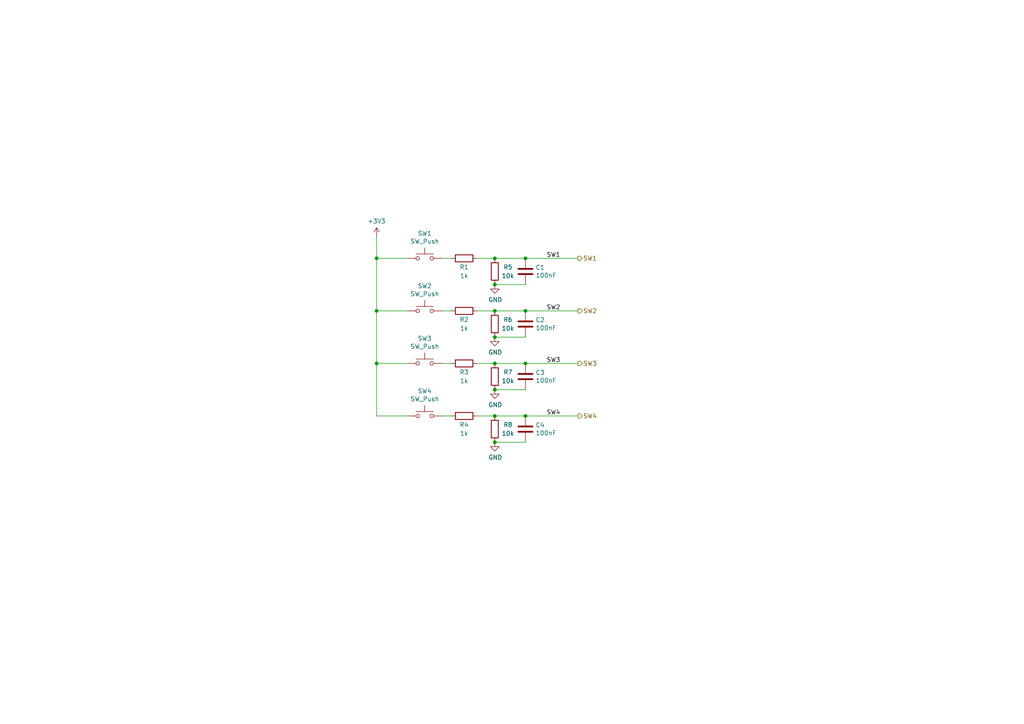
<source format=kicad_sch>
(kicad_sch (version 20230121) (generator eeschema)

  (uuid a1f7cc9c-66eb-484d-aebc-7dc546eb780f)

  (paper "A4")

  (lib_symbols
    (symbol "Device:C" (pin_numbers hide) (pin_names (offset 0.254)) (in_bom yes) (on_board yes)
      (property "Reference" "C" (at 0.635 2.54 0)
        (effects (font (size 1.27 1.27)) (justify left))
      )
      (property "Value" "C" (at 0.635 -2.54 0)
        (effects (font (size 1.27 1.27)) (justify left))
      )
      (property "Footprint" "" (at 0.9652 -3.81 0)
        (effects (font (size 1.27 1.27)) hide)
      )
      (property "Datasheet" "~" (at 0 0 0)
        (effects (font (size 1.27 1.27)) hide)
      )
      (property "ki_keywords" "cap capacitor" (at 0 0 0)
        (effects (font (size 1.27 1.27)) hide)
      )
      (property "ki_description" "Unpolarized capacitor" (at 0 0 0)
        (effects (font (size 1.27 1.27)) hide)
      )
      (property "ki_fp_filters" "C_*" (at 0 0 0)
        (effects (font (size 1.27 1.27)) hide)
      )
      (symbol "C_0_1"
        (polyline
          (pts
            (xy -2.032 -0.762)
            (xy 2.032 -0.762)
          )
          (stroke (width 0.508) (type default))
          (fill (type none))
        )
        (polyline
          (pts
            (xy -2.032 0.762)
            (xy 2.032 0.762)
          )
          (stroke (width 0.508) (type default))
          (fill (type none))
        )
      )
      (symbol "C_1_1"
        (pin passive line (at 0 3.81 270) (length 2.794)
          (name "~" (effects (font (size 1.27 1.27))))
          (number "1" (effects (font (size 1.27 1.27))))
        )
        (pin passive line (at 0 -3.81 90) (length 2.794)
          (name "~" (effects (font (size 1.27 1.27))))
          (number "2" (effects (font (size 1.27 1.27))))
        )
      )
    )
    (symbol "Device:R" (pin_numbers hide) (pin_names (offset 0)) (in_bom yes) (on_board yes)
      (property "Reference" "R" (at 2.032 0 90)
        (effects (font (size 1.27 1.27)))
      )
      (property "Value" "R" (at 0 0 90)
        (effects (font (size 1.27 1.27)))
      )
      (property "Footprint" "" (at -1.778 0 90)
        (effects (font (size 1.27 1.27)) hide)
      )
      (property "Datasheet" "~" (at 0 0 0)
        (effects (font (size 1.27 1.27)) hide)
      )
      (property "ki_keywords" "R res resistor" (at 0 0 0)
        (effects (font (size 1.27 1.27)) hide)
      )
      (property "ki_description" "Resistor" (at 0 0 0)
        (effects (font (size 1.27 1.27)) hide)
      )
      (property "ki_fp_filters" "R_*" (at 0 0 0)
        (effects (font (size 1.27 1.27)) hide)
      )
      (symbol "R_0_1"
        (rectangle (start -1.016 -2.54) (end 1.016 2.54)
          (stroke (width 0.254) (type default))
          (fill (type none))
        )
      )
      (symbol "R_1_1"
        (pin passive line (at 0 3.81 270) (length 1.27)
          (name "~" (effects (font (size 1.27 1.27))))
          (number "1" (effects (font (size 1.27 1.27))))
        )
        (pin passive line (at 0 -3.81 90) (length 1.27)
          (name "~" (effects (font (size 1.27 1.27))))
          (number "2" (effects (font (size 1.27 1.27))))
        )
      )
    )
    (symbol "Switch:SW_Push" (pin_numbers hide) (pin_names (offset 1.016) hide) (in_bom yes) (on_board yes)
      (property "Reference" "SW" (at 1.27 2.54 0)
        (effects (font (size 1.27 1.27)) (justify left))
      )
      (property "Value" "SW_Push" (at 0 -1.524 0)
        (effects (font (size 1.27 1.27)))
      )
      (property "Footprint" "" (at 0 5.08 0)
        (effects (font (size 1.27 1.27)) hide)
      )
      (property "Datasheet" "~" (at 0 5.08 0)
        (effects (font (size 1.27 1.27)) hide)
      )
      (property "ki_keywords" "switch normally-open pushbutton push-button" (at 0 0 0)
        (effects (font (size 1.27 1.27)) hide)
      )
      (property "ki_description" "Push button switch, generic, two pins" (at 0 0 0)
        (effects (font (size 1.27 1.27)) hide)
      )
      (symbol "SW_Push_0_1"
        (circle (center -2.032 0) (radius 0.508)
          (stroke (width 0) (type default))
          (fill (type none))
        )
        (polyline
          (pts
            (xy 0 1.27)
            (xy 0 3.048)
          )
          (stroke (width 0) (type default))
          (fill (type none))
        )
        (polyline
          (pts
            (xy 2.54 1.27)
            (xy -2.54 1.27)
          )
          (stroke (width 0) (type default))
          (fill (type none))
        )
        (circle (center 2.032 0) (radius 0.508)
          (stroke (width 0) (type default))
          (fill (type none))
        )
        (pin passive line (at -5.08 0 0) (length 2.54)
          (name "1" (effects (font (size 1.27 1.27))))
          (number "1" (effects (font (size 1.27 1.27))))
        )
        (pin passive line (at 5.08 0 180) (length 2.54)
          (name "2" (effects (font (size 1.27 1.27))))
          (number "2" (effects (font (size 1.27 1.27))))
        )
      )
    )
    (symbol "power:+3V3" (power) (pin_names (offset 0)) (in_bom yes) (on_board yes)
      (property "Reference" "#PWR" (at 0 -3.81 0)
        (effects (font (size 1.27 1.27)) hide)
      )
      (property "Value" "+3V3" (at 0 3.556 0)
        (effects (font (size 1.27 1.27)))
      )
      (property "Footprint" "" (at 0 0 0)
        (effects (font (size 1.27 1.27)) hide)
      )
      (property "Datasheet" "" (at 0 0 0)
        (effects (font (size 1.27 1.27)) hide)
      )
      (property "ki_keywords" "global power" (at 0 0 0)
        (effects (font (size 1.27 1.27)) hide)
      )
      (property "ki_description" "Power symbol creates a global label with name \"+3V3\"" (at 0 0 0)
        (effects (font (size 1.27 1.27)) hide)
      )
      (symbol "+3V3_0_1"
        (polyline
          (pts
            (xy -0.762 1.27)
            (xy 0 2.54)
          )
          (stroke (width 0) (type default))
          (fill (type none))
        )
        (polyline
          (pts
            (xy 0 0)
            (xy 0 2.54)
          )
          (stroke (width 0) (type default))
          (fill (type none))
        )
        (polyline
          (pts
            (xy 0 2.54)
            (xy 0.762 1.27)
          )
          (stroke (width 0) (type default))
          (fill (type none))
        )
      )
      (symbol "+3V3_1_1"
        (pin power_in line (at 0 0 90) (length 0) hide
          (name "+3V3" (effects (font (size 1.27 1.27))))
          (number "1" (effects (font (size 1.27 1.27))))
        )
      )
    )
    (symbol "power:GND" (power) (pin_names (offset 0)) (in_bom yes) (on_board yes)
      (property "Reference" "#PWR" (at 0 -6.35 0)
        (effects (font (size 1.27 1.27)) hide)
      )
      (property "Value" "GND" (at 0 -3.81 0)
        (effects (font (size 1.27 1.27)))
      )
      (property "Footprint" "" (at 0 0 0)
        (effects (font (size 1.27 1.27)) hide)
      )
      (property "Datasheet" "" (at 0 0 0)
        (effects (font (size 1.27 1.27)) hide)
      )
      (property "ki_keywords" "global power" (at 0 0 0)
        (effects (font (size 1.27 1.27)) hide)
      )
      (property "ki_description" "Power symbol creates a global label with name \"GND\" , ground" (at 0 0 0)
        (effects (font (size 1.27 1.27)) hide)
      )
      (symbol "GND_0_1"
        (polyline
          (pts
            (xy 0 0)
            (xy 0 -1.27)
            (xy 1.27 -1.27)
            (xy 0 -2.54)
            (xy -1.27 -1.27)
            (xy 0 -1.27)
          )
          (stroke (width 0) (type default))
          (fill (type none))
        )
      )
      (symbol "GND_1_1"
        (pin power_in line (at 0 0 270) (length 0) hide
          (name "GND" (effects (font (size 1.27 1.27))))
          (number "1" (effects (font (size 1.27 1.27))))
        )
      )
    )
  )

  (junction (at 143.51 82.55) (diameter 0) (color 0 0 0 0)
    (uuid 3553430e-c321-4a69-955d-bdeea0e4b4a5)
  )
  (junction (at 143.51 128.27) (diameter 0) (color 0 0 0 0)
    (uuid 421f79c6-f000-4d4a-839a-a56163b20ca5)
  )
  (junction (at 152.4 90.17) (diameter 0) (color 0 0 0 0)
    (uuid 4e4b4727-dfca-4d09-9c82-a643a786927c)
  )
  (junction (at 109.22 90.17) (diameter 0) (color 0 0 0 0)
    (uuid 52694d4a-ca9d-412b-97e4-a1dc62597bd1)
  )
  (junction (at 143.51 120.65) (diameter 0) (color 0 0 0 0)
    (uuid 5fb6796e-d208-42b1-9d55-ab270b25645c)
  )
  (junction (at 143.51 105.41) (diameter 0) (color 0 0 0 0)
    (uuid 646618a4-75a9-4e34-84dc-76669fd8df24)
  )
  (junction (at 143.51 74.93) (diameter 0) (color 0 0 0 0)
    (uuid 6dde52c8-4e3f-46c5-afe6-71cf39e28a2b)
  )
  (junction (at 152.4 120.65) (diameter 0) (color 0 0 0 0)
    (uuid 83d507e5-0c8b-4ad6-8ac5-2ebb0786bff5)
  )
  (junction (at 143.51 97.79) (diameter 0) (color 0 0 0 0)
    (uuid 9249fecf-26d3-4b6e-a508-674194bcf625)
  )
  (junction (at 143.51 113.03) (diameter 0) (color 0 0 0 0)
    (uuid 9268a133-d31a-4bd4-a425-848a1c6768ef)
  )
  (junction (at 152.4 74.93) (diameter 0) (color 0 0 0 0)
    (uuid 99eed10d-b363-4e37-94c4-53a95be7712e)
  )
  (junction (at 109.22 105.41) (diameter 0) (color 0 0 0 0)
    (uuid a7a3fb74-37a1-4d72-8ee1-66a0f13c68cc)
  )
  (junction (at 152.4 105.41) (diameter 0) (color 0 0 0 0)
    (uuid c09be6ff-b5f2-47e2-9985-27d532b45841)
  )
  (junction (at 109.22 74.93) (diameter 0) (color 0 0 0 0)
    (uuid ef448167-4f22-4601-815a-51cc745fbb89)
  )
  (junction (at 143.51 90.17) (diameter 0) (color 0 0 0 0)
    (uuid f4c2ca42-523c-4280-b9a6-0e86e965993f)
  )

  (wire (pts (xy 152.4 74.93) (xy 167.64 74.93))
    (stroke (width 0) (type default))
    (uuid 13ce7d26-1789-409c-8cf1-86f7fc1048b5)
  )
  (wire (pts (xy 128.27 105.41) (xy 130.81 105.41))
    (stroke (width 0) (type default))
    (uuid 15ea66e0-d933-4893-b6ee-67a78766506f)
  )
  (wire (pts (xy 138.43 90.17) (xy 143.51 90.17))
    (stroke (width 0) (type default))
    (uuid 17b8c777-c2e7-4f6c-8a70-49233f096ea7)
  )
  (wire (pts (xy 128.27 120.65) (xy 130.81 120.65))
    (stroke (width 0) (type default))
    (uuid 1b088f2b-6cd6-4a02-9918-a13fd4961560)
  )
  (wire (pts (xy 143.51 90.17) (xy 152.4 90.17))
    (stroke (width 0) (type default))
    (uuid 33eae77d-deaa-48a1-832f-cd0de55a5e4a)
  )
  (wire (pts (xy 109.22 68.58) (xy 109.22 74.93))
    (stroke (width 0) (type default))
    (uuid 43fe0b10-72d4-410a-8249-8abe2931f565)
  )
  (wire (pts (xy 118.11 120.65) (xy 109.22 120.65))
    (stroke (width 0) (type default))
    (uuid 4a4ed36b-9a91-41f6-8ed3-0236dee551da)
  )
  (wire (pts (xy 152.4 97.79) (xy 143.51 97.79))
    (stroke (width 0) (type default))
    (uuid 5001eb57-81af-4df7-b5ae-81eb32b5ce39)
  )
  (wire (pts (xy 128.27 90.17) (xy 130.81 90.17))
    (stroke (width 0) (type default))
    (uuid 5c384812-997f-4f81-8260-f0ba0b6634dc)
  )
  (wire (pts (xy 143.51 120.65) (xy 152.4 120.65))
    (stroke (width 0) (type default))
    (uuid 6d819555-d94b-46d8-9603-3f505f3e2afd)
  )
  (wire (pts (xy 128.27 74.93) (xy 130.81 74.93))
    (stroke (width 0) (type default))
    (uuid 75a98acf-3ab1-4551-8394-548fe9227775)
  )
  (wire (pts (xy 109.22 105.41) (xy 109.22 120.65))
    (stroke (width 0) (type default))
    (uuid 79c69b78-e7b5-48d8-9f4d-084848219523)
  )
  (wire (pts (xy 138.43 120.65) (xy 143.51 120.65))
    (stroke (width 0) (type default))
    (uuid 8273025d-bc2e-4535-b985-a38944a185b7)
  )
  (wire (pts (xy 152.4 128.27) (xy 143.51 128.27))
    (stroke (width 0) (type default))
    (uuid 84ccb00e-1747-493d-9386-4f97309ec068)
  )
  (wire (pts (xy 118.11 90.17) (xy 109.22 90.17))
    (stroke (width 0) (type default))
    (uuid 8e3a46ad-6e86-4987-8c86-fb0dd9c6f91d)
  )
  (wire (pts (xy 152.4 90.17) (xy 167.64 90.17))
    (stroke (width 0) (type default))
    (uuid 9c649d9b-3e69-4662-bc5f-c54dff6dc420)
  )
  (wire (pts (xy 118.11 105.41) (xy 109.22 105.41))
    (stroke (width 0) (type default))
    (uuid a16f9690-0589-49dc-994b-996de8859203)
  )
  (wire (pts (xy 152.4 105.41) (xy 167.64 105.41))
    (stroke (width 0) (type default))
    (uuid a6e6d26c-b620-43bc-bdd8-63449e6c1b2f)
  )
  (wire (pts (xy 143.51 74.93) (xy 152.4 74.93))
    (stroke (width 0) (type default))
    (uuid c0599feb-1ac6-4805-b0b8-6ff104eccc8a)
  )
  (wire (pts (xy 152.4 113.03) (xy 143.51 113.03))
    (stroke (width 0) (type default))
    (uuid d632d873-4771-4892-a04e-8ecb68839229)
  )
  (wire (pts (xy 109.22 74.93) (xy 109.22 90.17))
    (stroke (width 0) (type default))
    (uuid d8c580ca-4817-4840-b6ac-57ff87c98891)
  )
  (wire (pts (xy 152.4 120.65) (xy 167.64 120.65))
    (stroke (width 0) (type default))
    (uuid db0be883-fe7e-4039-a142-c998703e55a1)
  )
  (wire (pts (xy 143.51 105.41) (xy 152.4 105.41))
    (stroke (width 0) (type default))
    (uuid ea25a59a-43ab-44f2-bdba-0b6890354d28)
  )
  (wire (pts (xy 109.22 90.17) (xy 109.22 105.41))
    (stroke (width 0) (type default))
    (uuid ead65681-4618-490b-bbde-21e125fdd37c)
  )
  (wire (pts (xy 138.43 105.41) (xy 143.51 105.41))
    (stroke (width 0) (type default))
    (uuid f11cd02f-c61c-4e5e-80ed-a7a81dd01b42)
  )
  (wire (pts (xy 118.11 74.93) (xy 109.22 74.93))
    (stroke (width 0) (type default))
    (uuid f2990e06-4534-4d26-b971-0f2c143f95fa)
  )
  (wire (pts (xy 152.4 82.55) (xy 143.51 82.55))
    (stroke (width 0) (type default))
    (uuid fa4ce2c1-6ada-49a5-bf61-4990911462ab)
  )
  (wire (pts (xy 138.43 74.93) (xy 143.51 74.93))
    (stroke (width 0) (type default))
    (uuid ffe53843-b56c-4f24-9082-5bd983b6d142)
  )

  (label "SW3" (at 162.56 105.41 180) (fields_autoplaced)
    (effects (font (size 1.27 1.27)) (justify right bottom))
    (uuid 1bf2219c-7282-4955-9b87-803dcdce085e)
  )
  (label "SW2" (at 162.56 90.17 180) (fields_autoplaced)
    (effects (font (size 1.27 1.27)) (justify right bottom))
    (uuid 3ffca4e6-3cf8-4ccd-a220-9f0e2d192241)
  )
  (label "SW4" (at 162.56 120.65 180) (fields_autoplaced)
    (effects (font (size 1.27 1.27)) (justify right bottom))
    (uuid 93fd2f54-047d-4957-8a95-5859088e6aaf)
  )
  (label "SW1" (at 162.56 74.93 180) (fields_autoplaced)
    (effects (font (size 1.27 1.27)) (justify right bottom))
    (uuid fc57a251-1ab4-43df-ac75-986c50b2827f)
  )

  (hierarchical_label "SW1" (shape output) (at 167.64 74.93 0) (fields_autoplaced)
    (effects (font (size 1.27 1.27)) (justify left))
    (uuid 08da428e-090b-4b88-a763-d1e8c611cb61)
  )
  (hierarchical_label "SW3" (shape output) (at 167.64 105.41 0) (fields_autoplaced)
    (effects (font (size 1.27 1.27)) (justify left))
    (uuid 149a34b7-dcca-43df-95c4-e7cdc0d09b16)
  )
  (hierarchical_label "SW2" (shape output) (at 167.64 90.17 0) (fields_autoplaced)
    (effects (font (size 1.27 1.27)) (justify left))
    (uuid cf05771e-fa29-494f-8a70-3934e49dc237)
  )
  (hierarchical_label "SW4" (shape output) (at 167.64 120.65 0) (fields_autoplaced)
    (effects (font (size 1.27 1.27)) (justify left))
    (uuid f96457ef-4554-422e-bd37-369ea43ea8b5)
  )

  (symbol (lib_id "power:GND") (at 143.51 97.79 0) (unit 1)
    (in_bom yes) (on_board yes) (dnp no)
    (uuid 02a555da-eb03-470c-8040-b559f6fe85e1)
    (property "Reference" "#PWR010" (at 143.51 104.14 0)
      (effects (font (size 1.27 1.27)) hide)
    )
    (property "Value" "GND" (at 143.637 102.1842 0)
      (effects (font (size 1.27 1.27)))
    )
    (property "Footprint" "" (at 143.51 97.79 0)
      (effects (font (size 1.27 1.27)) hide)
    )
    (property "Datasheet" "" (at 143.51 97.79 0)
      (effects (font (size 1.27 1.27)) hide)
    )
    (pin "1" (uuid 1713b90d-1ed6-4781-b4a6-f1f11c748279))
    (instances
      (project "Steering_wheel"
        (path "/0aa90e28-4005-4a42-b82e-6d9887b67114/77ce39e6-538c-4ab9-9e64-5012f04ee456"
          (reference "#PWR010") (unit 1)
        )
      )
      (project "KieraV2"
        (path "/2adfe43d-0bee-464e-af7f-3a7710e9abe1/00000000-0000-0000-0000-000061b9b4c0"
          (reference "#PWR010") (unit 1)
        )
      )
      (project "SW"
        (path "/a1f7cc9c-66eb-484d-aebc-7dc546eb780f"
          (reference "#PWR03") (unit 1)
        )
      )
    )
  )

  (symbol (lib_id "Device:C") (at 152.4 78.74 0) (unit 1)
    (in_bom yes) (on_board yes) (dnp no)
    (uuid 044c6422-c9cd-4d69-9e16-51f093bd5fd9)
    (property "Reference" "C10" (at 155.321 77.5716 0)
      (effects (font (size 1.27 1.27)) (justify left))
    )
    (property "Value" "100nF" (at 155.321 79.883 0)
      (effects (font (size 1.27 1.27)) (justify left))
    )
    (property "Footprint" "Capacitor_SMD:C_0603_1608Metric" (at 153.3652 82.55 0)
      (effects (font (size 1.27 1.27)) hide)
    )
    (property "Datasheet" "~" (at 152.4 78.74 0)
      (effects (font (size 1.27 1.27)) hide)
    )
    (pin "1" (uuid 9f19011a-acba-49bb-bece-123b939d7bd7))
    (pin "2" (uuid d8f0c20f-f69b-4cfd-8dee-e5e80dc3d3df))
    (instances
      (project "Steering_wheel"
        (path "/0aa90e28-4005-4a42-b82e-6d9887b67114/77ce39e6-538c-4ab9-9e64-5012f04ee456"
          (reference "C10") (unit 1)
        )
      )
      (project "KieraV2"
        (path "/2adfe43d-0bee-464e-af7f-3a7710e9abe1/00000000-0000-0000-0000-000061b9b4c0"
          (reference "C3") (unit 1)
        )
      )
      (project "SW"
        (path "/a1f7cc9c-66eb-484d-aebc-7dc546eb780f"
          (reference "C1") (unit 1)
        )
      )
    )
  )

  (symbol (lib_id "Device:R") (at 134.62 105.41 270) (unit 1)
    (in_bom yes) (on_board yes) (dnp no)
    (uuid 09b8b134-e478-4078-9b76-7df5afa95a69)
    (property "Reference" "R5" (at 134.62 107.95 90)
      (effects (font (size 1.27 1.27)))
    )
    (property "Value" "1k" (at 134.62 110.49 90)
      (effects (font (size 1.27 1.27)))
    )
    (property "Footprint" "Resistor_SMD:R_0603_1608Metric" (at 134.62 103.632 90)
      (effects (font (size 1.27 1.27)) hide)
    )
    (property "Datasheet" "~" (at 134.62 105.41 0)
      (effects (font (size 1.27 1.27)) hide)
    )
    (pin "2" (uuid 8899be75-080b-4c77-9681-c02faad9c134))
    (pin "1" (uuid 46afb393-2c3a-49e1-9795-faf8ac166f0e))
    (instances
      (project "Steering_wheel"
        (path "/0aa90e28-4005-4a42-b82e-6d9887b67114/77ce39e6-538c-4ab9-9e64-5012f04ee456"
          (reference "R5") (unit 1)
        )
      )
      (project "KieraV2"
        (path "/2adfe43d-0bee-464e-af7f-3a7710e9abe1/00000000-0000-0000-0000-000061b9b4c0"
          (reference "R14") (unit 1)
        )
      )
      (project "SW"
        (path "/a1f7cc9c-66eb-484d-aebc-7dc546eb780f"
          (reference "R3") (unit 1)
        )
      )
    )
  )

  (symbol (lib_id "power:GND") (at 143.51 82.55 0) (unit 1)
    (in_bom yes) (on_board yes) (dnp no)
    (uuid 25a06b0a-09cd-49e7-b019-a1d3fc20ad7f)
    (property "Reference" "#PWR08" (at 143.51 88.9 0)
      (effects (font (size 1.27 1.27)) hide)
    )
    (property "Value" "GND" (at 143.637 86.9442 0)
      (effects (font (size 1.27 1.27)))
    )
    (property "Footprint" "" (at 143.51 82.55 0)
      (effects (font (size 1.27 1.27)) hide)
    )
    (property "Datasheet" "" (at 143.51 82.55 0)
      (effects (font (size 1.27 1.27)) hide)
    )
    (pin "1" (uuid d1caf510-1276-4a30-ac20-0dc659db3df8))
    (instances
      (project "Steering_wheel"
        (path "/0aa90e28-4005-4a42-b82e-6d9887b67114/77ce39e6-538c-4ab9-9e64-5012f04ee456"
          (reference "#PWR08") (unit 1)
        )
      )
      (project "KieraV2"
        (path "/2adfe43d-0bee-464e-af7f-3a7710e9abe1/00000000-0000-0000-0000-000061b9b4c0"
          (reference "#PWR08") (unit 1)
        )
      )
      (project "SW"
        (path "/a1f7cc9c-66eb-484d-aebc-7dc546eb780f"
          (reference "#PWR02") (unit 1)
        )
      )
    )
  )

  (symbol (lib_id "power:GND") (at 143.51 128.27 0) (unit 1)
    (in_bom yes) (on_board yes) (dnp no)
    (uuid 25a56c1b-9c80-480e-8bea-96acf39c4bfa)
    (property "Reference" "#PWR013" (at 143.51 134.62 0)
      (effects (font (size 1.27 1.27)) hide)
    )
    (property "Value" "GND" (at 143.637 132.6642 0)
      (effects (font (size 1.27 1.27)))
    )
    (property "Footprint" "" (at 143.51 128.27 0)
      (effects (font (size 1.27 1.27)) hide)
    )
    (property "Datasheet" "" (at 143.51 128.27 0)
      (effects (font (size 1.27 1.27)) hide)
    )
    (pin "1" (uuid 428da7ad-1485-4535-af12-38114cf5e476))
    (instances
      (project "Steering_wheel"
        (path "/0aa90e28-4005-4a42-b82e-6d9887b67114/77ce39e6-538c-4ab9-9e64-5012f04ee456"
          (reference "#PWR013") (unit 1)
        )
      )
      (project "KieraV2"
        (path "/2adfe43d-0bee-464e-af7f-3a7710e9abe1/00000000-0000-0000-0000-000061b9b4c0"
          (reference "#PWR013") (unit 1)
        )
      )
      (project "SW"
        (path "/a1f7cc9c-66eb-484d-aebc-7dc546eb780f"
          (reference "#PWR05") (unit 1)
        )
      )
    )
  )

  (symbol (lib_id "Device:R") (at 143.51 124.46 180) (unit 1)
    (in_bom yes) (on_board yes) (dnp no)
    (uuid 50dfd650-753d-4f5e-b109-31c95a2a787a)
    (property "Reference" "R10" (at 147.32 123.19 0)
      (effects (font (size 1.27 1.27)))
    )
    (property "Value" "10k" (at 147.32 125.73 0)
      (effects (font (size 1.27 1.27)))
    )
    (property "Footprint" "Resistor_SMD:R_0603_1608Metric" (at 145.288 124.46 90)
      (effects (font (size 1.27 1.27)) hide)
    )
    (property "Datasheet" "~" (at 143.51 124.46 0)
      (effects (font (size 1.27 1.27)) hide)
    )
    (pin "2" (uuid 5179c5d5-105d-4df4-b5c8-6000274be313))
    (pin "1" (uuid f34f0859-a8a9-46b8-825a-35d61ba1a0bf))
    (instances
      (project "Steering_wheel"
        (path "/0aa90e28-4005-4a42-b82e-6d9887b67114/77ce39e6-538c-4ab9-9e64-5012f04ee456"
          (reference "R10") (unit 1)
        )
      )
      (project "KieraV2"
        (path "/2adfe43d-0bee-464e-af7f-3a7710e9abe1/00000000-0000-0000-0000-000061b9b4c0"
          (reference "R27") (unit 1)
        )
      )
      (project "SW"
        (path "/a1f7cc9c-66eb-484d-aebc-7dc546eb780f"
          (reference "R8") (unit 1)
        )
      )
    )
  )

  (symbol (lib_id "Switch:SW_Push") (at 123.19 105.41 0) (unit 1)
    (in_bom yes) (on_board yes) (dnp no)
    (uuid 51e9af4d-77a2-4b4d-ac06-e0b55d72abb1)
    (property "Reference" "SW3" (at 123.19 98.171 0)
      (effects (font (size 1.27 1.27)))
    )
    (property "Value" "SW_Push" (at 123.19 100.4824 0)
      (effects (font (size 1.27 1.27)))
    )
    (property "Footprint" "Connector_JST:JST_XH_S2B-XH-A-1_1x02_P2.50mm_Horizontal" (at 123.19 100.33 0)
      (effects (font (size 1.27 1.27)) hide)
    )
    (property "Datasheet" "~" (at 123.19 100.33 0)
      (effects (font (size 1.27 1.27)) hide)
    )
    (pin "2" (uuid e53da0ca-b321-4ed9-9e57-eb74aadbc446))
    (pin "1" (uuid fb55bda3-ae45-44ff-8ca2-d97f7080b7a3))
    (instances
      (project "Steering_wheel"
        (path "/0aa90e28-4005-4a42-b82e-6d9887b67114/77ce39e6-538c-4ab9-9e64-5012f04ee456"
          (reference "SW3") (unit 1)
        )
      )
      (project "KieraV2"
        (path "/2adfe43d-0bee-464e-af7f-3a7710e9abe1/00000000-0000-0000-0000-000061b9b4c0"
          (reference "SW5") (unit 1)
        )
      )
      (project "SW"
        (path "/a1f7cc9c-66eb-484d-aebc-7dc546eb780f"
          (reference "SW3") (unit 1)
        )
      )
    )
  )

  (symbol (lib_id "Switch:SW_Push") (at 123.19 90.17 0) (unit 1)
    (in_bom yes) (on_board yes) (dnp no)
    (uuid 572ccd17-4cac-4c62-ad8a-ef1f4af2fe38)
    (property "Reference" "SW2" (at 123.19 82.931 0)
      (effects (font (size 1.27 1.27)))
    )
    (property "Value" "SW_Push" (at 123.19 85.2424 0)
      (effects (font (size 1.27 1.27)))
    )
    (property "Footprint" "Connector_JST:JST_XH_S2B-XH-A-1_1x02_P2.50mm_Horizontal" (at 123.19 85.09 0)
      (effects (font (size 1.27 1.27)) hide)
    )
    (property "Datasheet" "~" (at 123.19 85.09 0)
      (effects (font (size 1.27 1.27)) hide)
    )
    (pin "1" (uuid a5f1a191-c06e-4ac6-87a3-627184f5901d))
    (pin "2" (uuid cc7321bf-8767-43e5-9fd4-f00461e2a10f))
    (instances
      (project "Steering_wheel"
        (path "/0aa90e28-4005-4a42-b82e-6d9887b67114/77ce39e6-538c-4ab9-9e64-5012f04ee456"
          (reference "SW2") (unit 1)
        )
      )
      (project "KieraV2"
        (path "/2adfe43d-0bee-464e-af7f-3a7710e9abe1/00000000-0000-0000-0000-000061b9b4c0"
          (reference "SW4") (unit 1)
        )
      )
      (project "SW"
        (path "/a1f7cc9c-66eb-484d-aebc-7dc546eb780f"
          (reference "SW2") (unit 1)
        )
      )
    )
  )

  (symbol (lib_id "power:+3V3") (at 109.22 68.58 0) (unit 1)
    (in_bom yes) (on_board yes) (dnp no) (fields_autoplaced)
    (uuid 5966d4de-b332-41e2-a1df-e3f7235e5cb7)
    (property "Reference" "#PWR015" (at 109.22 72.39 0)
      (effects (font (size 1.27 1.27)) hide)
    )
    (property "Value" "+3V3" (at 109.22 64.135 0)
      (effects (font (size 1.27 1.27)))
    )
    (property "Footprint" "" (at 109.22 68.58 0)
      (effects (font (size 1.27 1.27)) hide)
    )
    (property "Datasheet" "" (at 109.22 68.58 0)
      (effects (font (size 1.27 1.27)) hide)
    )
    (pin "1" (uuid f6ce2e12-be9a-4b40-994e-cc5b9e83dfbe))
    (instances
      (project "Steering_wheel"
        (path "/0aa90e28-4005-4a42-b82e-6d9887b67114"
          (reference "#PWR015") (unit 1)
        )
        (path "/0aa90e28-4005-4a42-b82e-6d9887b67114/77ce39e6-538c-4ab9-9e64-5012f04ee456"
          (reference "#PWR01") (unit 1)
        )
      )
    )
  )

  (symbol (lib_id "Device:R") (at 143.51 78.74 180) (unit 1)
    (in_bom yes) (on_board yes) (dnp no)
    (uuid 5aa94f04-e526-4f42-a1e1-7b17fe0c635d)
    (property "Reference" "R7" (at 147.32 77.47 0)
      (effects (font (size 1.27 1.27)))
    )
    (property "Value" "10k" (at 147.32 80.01 0)
      (effects (font (size 1.27 1.27)))
    )
    (property "Footprint" "Resistor_SMD:R_0603_1608Metric" (at 145.288 78.74 90)
      (effects (font (size 1.27 1.27)) hide)
    )
    (property "Datasheet" "~" (at 143.51 78.74 0)
      (effects (font (size 1.27 1.27)) hide)
    )
    (pin "1" (uuid 4fadc004-75db-42e2-88be-bc46385734f1))
    (pin "2" (uuid 0de10f66-c6e2-4629-97aa-6756cd848ae1))
    (instances
      (project "Steering_wheel"
        (path "/0aa90e28-4005-4a42-b82e-6d9887b67114/77ce39e6-538c-4ab9-9e64-5012f04ee456"
          (reference "R7") (unit 1)
        )
      )
      (project "KieraV2"
        (path "/2adfe43d-0bee-464e-af7f-3a7710e9abe1/00000000-0000-0000-0000-000061b9b4c0"
          (reference "R16") (unit 1)
        )
      )
      (project "SW"
        (path "/a1f7cc9c-66eb-484d-aebc-7dc546eb780f"
          (reference "R5") (unit 1)
        )
      )
    )
  )

  (symbol (lib_id "Switch:SW_Push") (at 123.19 74.93 0) (unit 1)
    (in_bom yes) (on_board yes) (dnp no)
    (uuid 61232503-c43a-4e0a-87c8-34657df34c68)
    (property "Reference" "SW1" (at 123.19 67.691 0)
      (effects (font (size 1.27 1.27)))
    )
    (property "Value" "SW_Push" (at 123.19 70.0024 0)
      (effects (font (size 1.27 1.27)))
    )
    (property "Footprint" "Connector_JST:JST_XH_S2B-XH-A-1_1x02_P2.50mm_Horizontal" (at 123.19 69.85 0)
      (effects (font (size 1.27 1.27)) hide)
    )
    (property "Datasheet" "~" (at 123.19 69.85 0)
      (effects (font (size 1.27 1.27)) hide)
    )
    (pin "1" (uuid 4fa5c8c4-e4ec-4a81-bdd7-f1fdf1749989))
    (pin "2" (uuid b1fdc461-7509-444d-814b-d58721b9c3a6))
    (instances
      (project "Steering_wheel"
        (path "/0aa90e28-4005-4a42-b82e-6d9887b67114/77ce39e6-538c-4ab9-9e64-5012f04ee456"
          (reference "SW1") (unit 1)
        )
      )
      (project "KieraV2"
        (path "/2adfe43d-0bee-464e-af7f-3a7710e9abe1/00000000-0000-0000-0000-000061b9b4c0"
          (reference "SW3") (unit 1)
        )
      )
      (project "SW"
        (path "/a1f7cc9c-66eb-484d-aebc-7dc546eb780f"
          (reference "SW1") (unit 1)
        )
      )
    )
  )

  (symbol (lib_id "Device:R") (at 143.51 109.22 180) (unit 1)
    (in_bom yes) (on_board yes) (dnp no)
    (uuid 667780da-ee5d-4772-b6c4-4708ecc8440e)
    (property "Reference" "R9" (at 147.32 107.95 0)
      (effects (font (size 1.27 1.27)))
    )
    (property "Value" "10k" (at 147.32 110.49 0)
      (effects (font (size 1.27 1.27)))
    )
    (property "Footprint" "Resistor_SMD:R_0603_1608Metric" (at 145.288 109.22 90)
      (effects (font (size 1.27 1.27)) hide)
    )
    (property "Datasheet" "~" (at 143.51 109.22 0)
      (effects (font (size 1.27 1.27)) hide)
    )
    (pin "1" (uuid 774150b9-ffc0-4ba9-a8b6-4adf8cbff081))
    (pin "2" (uuid c6f38211-5141-423f-9086-31efdc044250))
    (instances
      (project "Steering_wheel"
        (path "/0aa90e28-4005-4a42-b82e-6d9887b67114/77ce39e6-538c-4ab9-9e64-5012f04ee456"
          (reference "R9") (unit 1)
        )
      )
      (project "KieraV2"
        (path "/2adfe43d-0bee-464e-af7f-3a7710e9abe1/00000000-0000-0000-0000-000061b9b4c0"
          (reference "R26") (unit 1)
        )
      )
      (project "SW"
        (path "/a1f7cc9c-66eb-484d-aebc-7dc546eb780f"
          (reference "R7") (unit 1)
        )
      )
    )
  )

  (symbol (lib_id "Device:C") (at 152.4 109.22 0) (unit 1)
    (in_bom yes) (on_board yes) (dnp no)
    (uuid 6b898e1d-90c8-4f60-8240-795036a514fe)
    (property "Reference" "C12" (at 155.321 108.0516 0)
      (effects (font (size 1.27 1.27)) (justify left))
    )
    (property "Value" "100nF" (at 155.321 110.363 0)
      (effects (font (size 1.27 1.27)) (justify left))
    )
    (property "Footprint" "Capacitor_SMD:C_0603_1608Metric" (at 153.3652 113.03 0)
      (effects (font (size 1.27 1.27)) hide)
    )
    (property "Datasheet" "~" (at 152.4 109.22 0)
      (effects (font (size 1.27 1.27)) hide)
    )
    (pin "2" (uuid 63789c0f-f3a7-4ab3-af80-ac709f47f95f))
    (pin "1" (uuid c7e2042f-40d0-4d69-99bc-ecdf59189065))
    (instances
      (project "Steering_wheel"
        (path "/0aa90e28-4005-4a42-b82e-6d9887b67114/77ce39e6-538c-4ab9-9e64-5012f04ee456"
          (reference "C12") (unit 1)
        )
      )
      (project "KieraV2"
        (path "/2adfe43d-0bee-464e-af7f-3a7710e9abe1/00000000-0000-0000-0000-000061b9b4c0"
          (reference "C6") (unit 1)
        )
      )
      (project "SW"
        (path "/a1f7cc9c-66eb-484d-aebc-7dc546eb780f"
          (reference "C3") (unit 1)
        )
      )
    )
  )

  (symbol (lib_id "Device:R") (at 143.51 93.98 180) (unit 1)
    (in_bom yes) (on_board yes) (dnp no)
    (uuid 6cd93f6a-8746-46f7-b1a4-e1b014e32939)
    (property "Reference" "R8" (at 147.32 92.71 0)
      (effects (font (size 1.27 1.27)))
    )
    (property "Value" "10k" (at 147.32 95.25 0)
      (effects (font (size 1.27 1.27)))
    )
    (property "Footprint" "Resistor_SMD:R_0603_1608Metric" (at 145.288 93.98 90)
      (effects (font (size 1.27 1.27)) hide)
    )
    (property "Datasheet" "~" (at 143.51 93.98 0)
      (effects (font (size 1.27 1.27)) hide)
    )
    (pin "1" (uuid 98381a3d-2e45-47db-a9d6-f2184abf6467))
    (pin "2" (uuid 626909c7-058a-4d97-9791-5c63f514870f))
    (instances
      (project "Steering_wheel"
        (path "/0aa90e28-4005-4a42-b82e-6d9887b67114/77ce39e6-538c-4ab9-9e64-5012f04ee456"
          (reference "R8") (unit 1)
        )
      )
      (project "KieraV2"
        (path "/2adfe43d-0bee-464e-af7f-3a7710e9abe1/00000000-0000-0000-0000-000061b9b4c0"
          (reference "R17") (unit 1)
        )
      )
      (project "SW"
        (path "/a1f7cc9c-66eb-484d-aebc-7dc546eb780f"
          (reference "R6") (unit 1)
        )
      )
    )
  )

  (symbol (lib_id "Device:C") (at 152.4 124.46 0) (unit 1)
    (in_bom yes) (on_board yes) (dnp no)
    (uuid 88b53544-824f-418d-bd4f-bd3e8a42093a)
    (property "Reference" "C13" (at 155.321 123.2916 0)
      (effects (font (size 1.27 1.27)) (justify left))
    )
    (property "Value" "100nF" (at 155.321 125.603 0)
      (effects (font (size 1.27 1.27)) (justify left))
    )
    (property "Footprint" "Capacitor_SMD:C_0603_1608Metric" (at 153.3652 128.27 0)
      (effects (font (size 1.27 1.27)) hide)
    )
    (property "Datasheet" "~" (at 152.4 124.46 0)
      (effects (font (size 1.27 1.27)) hide)
    )
    (pin "2" (uuid e7c806a7-ffb8-4300-9b4e-647f2687498a))
    (pin "1" (uuid cc6a20d7-60c3-427a-8024-0d2b5d113373))
    (instances
      (project "Steering_wheel"
        (path "/0aa90e28-4005-4a42-b82e-6d9887b67114/77ce39e6-538c-4ab9-9e64-5012f04ee456"
          (reference "C13") (unit 1)
        )
      )
      (project "KieraV2"
        (path "/2adfe43d-0bee-464e-af7f-3a7710e9abe1/00000000-0000-0000-0000-000061b9b4c0"
          (reference "C15") (unit 1)
        )
      )
      (project "SW"
        (path "/a1f7cc9c-66eb-484d-aebc-7dc546eb780f"
          (reference "C4") (unit 1)
        )
      )
    )
  )

  (symbol (lib_id "Switch:SW_Push") (at 123.19 120.65 0) (unit 1)
    (in_bom yes) (on_board yes) (dnp no)
    (uuid 8d8a301e-7c26-4a75-9ddd-2b28e1199947)
    (property "Reference" "SW4" (at 123.19 113.411 0)
      (effects (font (size 1.27 1.27)))
    )
    (property "Value" "SW_Push" (at 123.19 115.7224 0)
      (effects (font (size 1.27 1.27)))
    )
    (property "Footprint" "Connector_JST:JST_XH_S2B-XH-A-1_1x02_P2.50mm_Horizontal" (at 123.19 115.57 0)
      (effects (font (size 1.27 1.27)) hide)
    )
    (property "Datasheet" "~" (at 123.19 115.57 0)
      (effects (font (size 1.27 1.27)) hide)
    )
    (pin "1" (uuid 361737e6-b71a-4862-af16-9186d0e95f3a))
    (pin "2" (uuid 6ed64cd8-8550-4a3f-aa43-fd970f44c065))
    (instances
      (project "Steering_wheel"
        (path "/0aa90e28-4005-4a42-b82e-6d9887b67114/77ce39e6-538c-4ab9-9e64-5012f04ee456"
          (reference "SW4") (unit 1)
        )
      )
      (project "KieraV2"
        (path "/2adfe43d-0bee-464e-af7f-3a7710e9abe1/00000000-0000-0000-0000-000061b9b4c0"
          (reference "SW6") (unit 1)
        )
      )
      (project "SW"
        (path "/a1f7cc9c-66eb-484d-aebc-7dc546eb780f"
          (reference "SW4") (unit 1)
        )
      )
    )
  )

  (symbol (lib_id "Device:R") (at 134.62 120.65 270) (unit 1)
    (in_bom yes) (on_board yes) (dnp no)
    (uuid 8f5b8efc-3b5b-487c-8b1c-e356874d6555)
    (property "Reference" "R6" (at 134.62 123.19 90)
      (effects (font (size 1.27 1.27)))
    )
    (property "Value" "1k" (at 134.62 125.73 90)
      (effects (font (size 1.27 1.27)))
    )
    (property "Footprint" "Resistor_SMD:R_0603_1608Metric" (at 134.62 118.872 90)
      (effects (font (size 1.27 1.27)) hide)
    )
    (property "Datasheet" "~" (at 134.62 120.65 0)
      (effects (font (size 1.27 1.27)) hide)
    )
    (pin "2" (uuid 603719ec-a986-496d-add8-5919752ff3dc))
    (pin "1" (uuid ddbd63b5-b887-4d81-a617-4370eef8de9d))
    (instances
      (project "Steering_wheel"
        (path "/0aa90e28-4005-4a42-b82e-6d9887b67114/77ce39e6-538c-4ab9-9e64-5012f04ee456"
          (reference "R6") (unit 1)
        )
      )
      (project "KieraV2"
        (path "/2adfe43d-0bee-464e-af7f-3a7710e9abe1/00000000-0000-0000-0000-000061b9b4c0"
          (reference "R15") (unit 1)
        )
      )
      (project "SW"
        (path "/a1f7cc9c-66eb-484d-aebc-7dc546eb780f"
          (reference "R4") (unit 1)
        )
      )
    )
  )

  (symbol (lib_id "Device:C") (at 152.4 93.98 0) (unit 1)
    (in_bom yes) (on_board yes) (dnp no)
    (uuid a0b76989-2c00-4dd8-8fc8-738e4eb28d27)
    (property "Reference" "C11" (at 155.321 92.8116 0)
      (effects (font (size 1.27 1.27)) (justify left))
    )
    (property "Value" "100nF" (at 155.321 95.123 0)
      (effects (font (size 1.27 1.27)) (justify left))
    )
    (property "Footprint" "Capacitor_SMD:C_0603_1608Metric" (at 153.3652 97.79 0)
      (effects (font (size 1.27 1.27)) hide)
    )
    (property "Datasheet" "~" (at 152.4 93.98 0)
      (effects (font (size 1.27 1.27)) hide)
    )
    (pin "2" (uuid 082566eb-059d-4db6-9906-fd42deb428b2))
    (pin "1" (uuid 37d5b47b-4821-46dc-8672-d4fdc2a6da22))
    (instances
      (project "Steering_wheel"
        (path "/0aa90e28-4005-4a42-b82e-6d9887b67114/77ce39e6-538c-4ab9-9e64-5012f04ee456"
          (reference "C11") (unit 1)
        )
      )
      (project "KieraV2"
        (path "/2adfe43d-0bee-464e-af7f-3a7710e9abe1/00000000-0000-0000-0000-000061b9b4c0"
          (reference "C5") (unit 1)
        )
      )
      (project "SW"
        (path "/a1f7cc9c-66eb-484d-aebc-7dc546eb780f"
          (reference "C2") (unit 1)
        )
      )
    )
  )

  (symbol (lib_id "Device:R") (at 134.62 74.93 270) (unit 1)
    (in_bom yes) (on_board yes) (dnp no)
    (uuid c733d0ff-7994-4b13-97a6-e1443798ca0b)
    (property "Reference" "R3" (at 134.62 77.47 90)
      (effects (font (size 1.27 1.27)))
    )
    (property "Value" "1k" (at 134.62 80.01 90)
      (effects (font (size 1.27 1.27)))
    )
    (property "Footprint" "Resistor_SMD:R_0603_1608Metric" (at 134.62 73.152 90)
      (effects (font (size 1.27 1.27)) hide)
    )
    (property "Datasheet" "~" (at 134.62 74.93 0)
      (effects (font (size 1.27 1.27)) hide)
    )
    (pin "1" (uuid af93cff0-d84e-4438-9ef0-afe1193d5cbe))
    (pin "2" (uuid 8399bd9d-015d-4471-b711-269103d02159))
    (instances
      (project "Steering_wheel"
        (path "/0aa90e28-4005-4a42-b82e-6d9887b67114/77ce39e6-538c-4ab9-9e64-5012f04ee456"
          (reference "R3") (unit 1)
        )
      )
      (project "KieraV2"
        (path "/2adfe43d-0bee-464e-af7f-3a7710e9abe1/00000000-0000-0000-0000-000061b9b4c0"
          (reference "R12") (unit 1)
        )
      )
      (project "SW"
        (path "/a1f7cc9c-66eb-484d-aebc-7dc546eb780f"
          (reference "R1") (unit 1)
        )
      )
    )
  )

  (symbol (lib_id "power:GND") (at 143.51 113.03 0) (unit 1)
    (in_bom yes) (on_board yes) (dnp no)
    (uuid c7f41328-9278-4524-bc3f-7dafdc5821f2)
    (property "Reference" "#PWR012" (at 143.51 119.38 0)
      (effects (font (size 1.27 1.27)) hide)
    )
    (property "Value" "GND" (at 143.637 117.4242 0)
      (effects (font (size 1.27 1.27)))
    )
    (property "Footprint" "" (at 143.51 113.03 0)
      (effects (font (size 1.27 1.27)) hide)
    )
    (property "Datasheet" "" (at 143.51 113.03 0)
      (effects (font (size 1.27 1.27)) hide)
    )
    (pin "1" (uuid 739bcb61-83ef-4db8-9f9a-d78359053f5e))
    (instances
      (project "Steering_wheel"
        (path "/0aa90e28-4005-4a42-b82e-6d9887b67114/77ce39e6-538c-4ab9-9e64-5012f04ee456"
          (reference "#PWR012") (unit 1)
        )
      )
      (project "KieraV2"
        (path "/2adfe43d-0bee-464e-af7f-3a7710e9abe1/00000000-0000-0000-0000-000061b9b4c0"
          (reference "#PWR012") (unit 1)
        )
      )
      (project "SW"
        (path "/a1f7cc9c-66eb-484d-aebc-7dc546eb780f"
          (reference "#PWR04") (unit 1)
        )
      )
    )
  )

  (symbol (lib_id "Device:R") (at 134.62 90.17 270) (unit 1)
    (in_bom yes) (on_board yes) (dnp no)
    (uuid cc046485-4bd1-4e93-aa17-f1a43d76a2e4)
    (property "Reference" "R4" (at 134.62 92.71 90)
      (effects (font (size 1.27 1.27)))
    )
    (property "Value" "1k" (at 134.62 95.25 90)
      (effects (font (size 1.27 1.27)))
    )
    (property "Footprint" "Resistor_SMD:R_0603_1608Metric" (at 134.62 88.392 90)
      (effects (font (size 1.27 1.27)) hide)
    )
    (property "Datasheet" "~" (at 134.62 90.17 0)
      (effects (font (size 1.27 1.27)) hide)
    )
    (pin "1" (uuid 8149bdb3-d50f-46da-8383-e4cd5faac18e))
    (pin "2" (uuid a56aa04b-ceed-4d9f-8631-036dcd2b2919))
    (instances
      (project "Steering_wheel"
        (path "/0aa90e28-4005-4a42-b82e-6d9887b67114/77ce39e6-538c-4ab9-9e64-5012f04ee456"
          (reference "R4") (unit 1)
        )
      )
      (project "KieraV2"
        (path "/2adfe43d-0bee-464e-af7f-3a7710e9abe1/00000000-0000-0000-0000-000061b9b4c0"
          (reference "R13") (unit 1)
        )
      )
      (project "SW"
        (path "/a1f7cc9c-66eb-484d-aebc-7dc546eb780f"
          (reference "R2") (unit 1)
        )
      )
    )
  )
)

</source>
